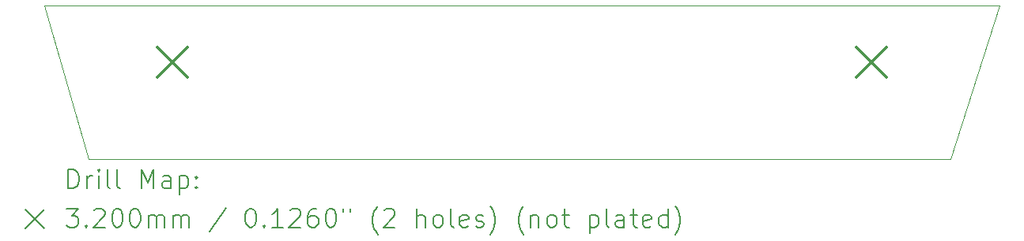
<source format=gbr>
%TF.GenerationSoftware,KiCad,Pcbnew,8.0.1*%
%TF.CreationDate,2024-06-26T21:16:35+01:00*%
%TF.ProjectId,MINI_TRUNK_6_INSULATOR,4d494e49-5f54-4525-954e-4b5f365f494e,rev?*%
%TF.SameCoordinates,Original*%
%TF.FileFunction,Drillmap*%
%TF.FilePolarity,Positive*%
%FSLAX45Y45*%
G04 Gerber Fmt 4.5, Leading zero omitted, Abs format (unit mm)*
G04 Created by KiCad (PCBNEW 8.0.1) date 2024-06-26 21:16:35*
%MOMM*%
%LPD*%
G01*
G04 APERTURE LIST*
%ADD10C,0.050000*%
%ADD11C,0.200000*%
%ADD12C,0.320000*%
G04 APERTURE END LIST*
D10*
X19627500Y-10377000D02*
X10396500Y-10377000D01*
X20152500Y-8731000D02*
X19627500Y-10377000D01*
X9925500Y-8731000D02*
X10396500Y-10377000D01*
X9925500Y-8731000D02*
X20152500Y-8731000D01*
D11*
D12*
X11136500Y-9178000D02*
X11456500Y-9498000D01*
X11456500Y-9178000D02*
X11136500Y-9498000D01*
X18621500Y-9178000D02*
X18941500Y-9498000D01*
X18941500Y-9178000D02*
X18621500Y-9498000D01*
D11*
X10183777Y-10690984D02*
X10183777Y-10490984D01*
X10183777Y-10490984D02*
X10231396Y-10490984D01*
X10231396Y-10490984D02*
X10259967Y-10500508D01*
X10259967Y-10500508D02*
X10279015Y-10519555D01*
X10279015Y-10519555D02*
X10288539Y-10538603D01*
X10288539Y-10538603D02*
X10298063Y-10576698D01*
X10298063Y-10576698D02*
X10298063Y-10605270D01*
X10298063Y-10605270D02*
X10288539Y-10643365D01*
X10288539Y-10643365D02*
X10279015Y-10662412D01*
X10279015Y-10662412D02*
X10259967Y-10681460D01*
X10259967Y-10681460D02*
X10231396Y-10690984D01*
X10231396Y-10690984D02*
X10183777Y-10690984D01*
X10383777Y-10690984D02*
X10383777Y-10557650D01*
X10383777Y-10595746D02*
X10393301Y-10576698D01*
X10393301Y-10576698D02*
X10402824Y-10567174D01*
X10402824Y-10567174D02*
X10421872Y-10557650D01*
X10421872Y-10557650D02*
X10440920Y-10557650D01*
X10507586Y-10690984D02*
X10507586Y-10557650D01*
X10507586Y-10490984D02*
X10498063Y-10500508D01*
X10498063Y-10500508D02*
X10507586Y-10510031D01*
X10507586Y-10510031D02*
X10517110Y-10500508D01*
X10517110Y-10500508D02*
X10507586Y-10490984D01*
X10507586Y-10490984D02*
X10507586Y-10510031D01*
X10631396Y-10690984D02*
X10612348Y-10681460D01*
X10612348Y-10681460D02*
X10602824Y-10662412D01*
X10602824Y-10662412D02*
X10602824Y-10490984D01*
X10736158Y-10690984D02*
X10717110Y-10681460D01*
X10717110Y-10681460D02*
X10707586Y-10662412D01*
X10707586Y-10662412D02*
X10707586Y-10490984D01*
X10964729Y-10690984D02*
X10964729Y-10490984D01*
X10964729Y-10490984D02*
X11031396Y-10633841D01*
X11031396Y-10633841D02*
X11098063Y-10490984D01*
X11098063Y-10490984D02*
X11098063Y-10690984D01*
X11279015Y-10690984D02*
X11279015Y-10586222D01*
X11279015Y-10586222D02*
X11269491Y-10567174D01*
X11269491Y-10567174D02*
X11250443Y-10557650D01*
X11250443Y-10557650D02*
X11212348Y-10557650D01*
X11212348Y-10557650D02*
X11193301Y-10567174D01*
X11279015Y-10681460D02*
X11259967Y-10690984D01*
X11259967Y-10690984D02*
X11212348Y-10690984D01*
X11212348Y-10690984D02*
X11193301Y-10681460D01*
X11193301Y-10681460D02*
X11183777Y-10662412D01*
X11183777Y-10662412D02*
X11183777Y-10643365D01*
X11183777Y-10643365D02*
X11193301Y-10624317D01*
X11193301Y-10624317D02*
X11212348Y-10614793D01*
X11212348Y-10614793D02*
X11259967Y-10614793D01*
X11259967Y-10614793D02*
X11279015Y-10605270D01*
X11374253Y-10557650D02*
X11374253Y-10757650D01*
X11374253Y-10567174D02*
X11393301Y-10557650D01*
X11393301Y-10557650D02*
X11431396Y-10557650D01*
X11431396Y-10557650D02*
X11450443Y-10567174D01*
X11450443Y-10567174D02*
X11459967Y-10576698D01*
X11459967Y-10576698D02*
X11469491Y-10595746D01*
X11469491Y-10595746D02*
X11469491Y-10652889D01*
X11469491Y-10652889D02*
X11459967Y-10671936D01*
X11459967Y-10671936D02*
X11450443Y-10681460D01*
X11450443Y-10681460D02*
X11431396Y-10690984D01*
X11431396Y-10690984D02*
X11393301Y-10690984D01*
X11393301Y-10690984D02*
X11374253Y-10681460D01*
X11555205Y-10671936D02*
X11564729Y-10681460D01*
X11564729Y-10681460D02*
X11555205Y-10690984D01*
X11555205Y-10690984D02*
X11545682Y-10681460D01*
X11545682Y-10681460D02*
X11555205Y-10671936D01*
X11555205Y-10671936D02*
X11555205Y-10690984D01*
X11555205Y-10567174D02*
X11564729Y-10576698D01*
X11564729Y-10576698D02*
X11555205Y-10586222D01*
X11555205Y-10586222D02*
X11545682Y-10576698D01*
X11545682Y-10576698D02*
X11555205Y-10567174D01*
X11555205Y-10567174D02*
X11555205Y-10586222D01*
X9723000Y-10919500D02*
X9923000Y-11119500D01*
X9923000Y-10919500D02*
X9723000Y-11119500D01*
X10164729Y-10910984D02*
X10288539Y-10910984D01*
X10288539Y-10910984D02*
X10221872Y-10987174D01*
X10221872Y-10987174D02*
X10250444Y-10987174D01*
X10250444Y-10987174D02*
X10269491Y-10996698D01*
X10269491Y-10996698D02*
X10279015Y-11006222D01*
X10279015Y-11006222D02*
X10288539Y-11025270D01*
X10288539Y-11025270D02*
X10288539Y-11072889D01*
X10288539Y-11072889D02*
X10279015Y-11091936D01*
X10279015Y-11091936D02*
X10269491Y-11101460D01*
X10269491Y-11101460D02*
X10250444Y-11110984D01*
X10250444Y-11110984D02*
X10193301Y-11110984D01*
X10193301Y-11110984D02*
X10174253Y-11101460D01*
X10174253Y-11101460D02*
X10164729Y-11091936D01*
X10374253Y-11091936D02*
X10383777Y-11101460D01*
X10383777Y-11101460D02*
X10374253Y-11110984D01*
X10374253Y-11110984D02*
X10364729Y-11101460D01*
X10364729Y-11101460D02*
X10374253Y-11091936D01*
X10374253Y-11091936D02*
X10374253Y-11110984D01*
X10459967Y-10930031D02*
X10469491Y-10920508D01*
X10469491Y-10920508D02*
X10488539Y-10910984D01*
X10488539Y-10910984D02*
X10536158Y-10910984D01*
X10536158Y-10910984D02*
X10555205Y-10920508D01*
X10555205Y-10920508D02*
X10564729Y-10930031D01*
X10564729Y-10930031D02*
X10574253Y-10949079D01*
X10574253Y-10949079D02*
X10574253Y-10968127D01*
X10574253Y-10968127D02*
X10564729Y-10996698D01*
X10564729Y-10996698D02*
X10450444Y-11110984D01*
X10450444Y-11110984D02*
X10574253Y-11110984D01*
X10698063Y-10910984D02*
X10717110Y-10910984D01*
X10717110Y-10910984D02*
X10736158Y-10920508D01*
X10736158Y-10920508D02*
X10745682Y-10930031D01*
X10745682Y-10930031D02*
X10755205Y-10949079D01*
X10755205Y-10949079D02*
X10764729Y-10987174D01*
X10764729Y-10987174D02*
X10764729Y-11034793D01*
X10764729Y-11034793D02*
X10755205Y-11072889D01*
X10755205Y-11072889D02*
X10745682Y-11091936D01*
X10745682Y-11091936D02*
X10736158Y-11101460D01*
X10736158Y-11101460D02*
X10717110Y-11110984D01*
X10717110Y-11110984D02*
X10698063Y-11110984D01*
X10698063Y-11110984D02*
X10679015Y-11101460D01*
X10679015Y-11101460D02*
X10669491Y-11091936D01*
X10669491Y-11091936D02*
X10659967Y-11072889D01*
X10659967Y-11072889D02*
X10650444Y-11034793D01*
X10650444Y-11034793D02*
X10650444Y-10987174D01*
X10650444Y-10987174D02*
X10659967Y-10949079D01*
X10659967Y-10949079D02*
X10669491Y-10930031D01*
X10669491Y-10930031D02*
X10679015Y-10920508D01*
X10679015Y-10920508D02*
X10698063Y-10910984D01*
X10888539Y-10910984D02*
X10907586Y-10910984D01*
X10907586Y-10910984D02*
X10926634Y-10920508D01*
X10926634Y-10920508D02*
X10936158Y-10930031D01*
X10936158Y-10930031D02*
X10945682Y-10949079D01*
X10945682Y-10949079D02*
X10955205Y-10987174D01*
X10955205Y-10987174D02*
X10955205Y-11034793D01*
X10955205Y-11034793D02*
X10945682Y-11072889D01*
X10945682Y-11072889D02*
X10936158Y-11091936D01*
X10936158Y-11091936D02*
X10926634Y-11101460D01*
X10926634Y-11101460D02*
X10907586Y-11110984D01*
X10907586Y-11110984D02*
X10888539Y-11110984D01*
X10888539Y-11110984D02*
X10869491Y-11101460D01*
X10869491Y-11101460D02*
X10859967Y-11091936D01*
X10859967Y-11091936D02*
X10850444Y-11072889D01*
X10850444Y-11072889D02*
X10840920Y-11034793D01*
X10840920Y-11034793D02*
X10840920Y-10987174D01*
X10840920Y-10987174D02*
X10850444Y-10949079D01*
X10850444Y-10949079D02*
X10859967Y-10930031D01*
X10859967Y-10930031D02*
X10869491Y-10920508D01*
X10869491Y-10920508D02*
X10888539Y-10910984D01*
X11040920Y-11110984D02*
X11040920Y-10977650D01*
X11040920Y-10996698D02*
X11050444Y-10987174D01*
X11050444Y-10987174D02*
X11069491Y-10977650D01*
X11069491Y-10977650D02*
X11098063Y-10977650D01*
X11098063Y-10977650D02*
X11117110Y-10987174D01*
X11117110Y-10987174D02*
X11126634Y-11006222D01*
X11126634Y-11006222D02*
X11126634Y-11110984D01*
X11126634Y-11006222D02*
X11136158Y-10987174D01*
X11136158Y-10987174D02*
X11155205Y-10977650D01*
X11155205Y-10977650D02*
X11183777Y-10977650D01*
X11183777Y-10977650D02*
X11202824Y-10987174D01*
X11202824Y-10987174D02*
X11212348Y-11006222D01*
X11212348Y-11006222D02*
X11212348Y-11110984D01*
X11307586Y-11110984D02*
X11307586Y-10977650D01*
X11307586Y-10996698D02*
X11317110Y-10987174D01*
X11317110Y-10987174D02*
X11336158Y-10977650D01*
X11336158Y-10977650D02*
X11364729Y-10977650D01*
X11364729Y-10977650D02*
X11383777Y-10987174D01*
X11383777Y-10987174D02*
X11393301Y-11006222D01*
X11393301Y-11006222D02*
X11393301Y-11110984D01*
X11393301Y-11006222D02*
X11402824Y-10987174D01*
X11402824Y-10987174D02*
X11421872Y-10977650D01*
X11421872Y-10977650D02*
X11450443Y-10977650D01*
X11450443Y-10977650D02*
X11469491Y-10987174D01*
X11469491Y-10987174D02*
X11479015Y-11006222D01*
X11479015Y-11006222D02*
X11479015Y-11110984D01*
X11869491Y-10901460D02*
X11698063Y-11158603D01*
X12126634Y-10910984D02*
X12145682Y-10910984D01*
X12145682Y-10910984D02*
X12164729Y-10920508D01*
X12164729Y-10920508D02*
X12174253Y-10930031D01*
X12174253Y-10930031D02*
X12183777Y-10949079D01*
X12183777Y-10949079D02*
X12193301Y-10987174D01*
X12193301Y-10987174D02*
X12193301Y-11034793D01*
X12193301Y-11034793D02*
X12183777Y-11072889D01*
X12183777Y-11072889D02*
X12174253Y-11091936D01*
X12174253Y-11091936D02*
X12164729Y-11101460D01*
X12164729Y-11101460D02*
X12145682Y-11110984D01*
X12145682Y-11110984D02*
X12126634Y-11110984D01*
X12126634Y-11110984D02*
X12107586Y-11101460D01*
X12107586Y-11101460D02*
X12098063Y-11091936D01*
X12098063Y-11091936D02*
X12088539Y-11072889D01*
X12088539Y-11072889D02*
X12079015Y-11034793D01*
X12079015Y-11034793D02*
X12079015Y-10987174D01*
X12079015Y-10987174D02*
X12088539Y-10949079D01*
X12088539Y-10949079D02*
X12098063Y-10930031D01*
X12098063Y-10930031D02*
X12107586Y-10920508D01*
X12107586Y-10920508D02*
X12126634Y-10910984D01*
X12279015Y-11091936D02*
X12288539Y-11101460D01*
X12288539Y-11101460D02*
X12279015Y-11110984D01*
X12279015Y-11110984D02*
X12269491Y-11101460D01*
X12269491Y-11101460D02*
X12279015Y-11091936D01*
X12279015Y-11091936D02*
X12279015Y-11110984D01*
X12479015Y-11110984D02*
X12364729Y-11110984D01*
X12421872Y-11110984D02*
X12421872Y-10910984D01*
X12421872Y-10910984D02*
X12402825Y-10939555D01*
X12402825Y-10939555D02*
X12383777Y-10958603D01*
X12383777Y-10958603D02*
X12364729Y-10968127D01*
X12555206Y-10930031D02*
X12564729Y-10920508D01*
X12564729Y-10920508D02*
X12583777Y-10910984D01*
X12583777Y-10910984D02*
X12631396Y-10910984D01*
X12631396Y-10910984D02*
X12650444Y-10920508D01*
X12650444Y-10920508D02*
X12659967Y-10930031D01*
X12659967Y-10930031D02*
X12669491Y-10949079D01*
X12669491Y-10949079D02*
X12669491Y-10968127D01*
X12669491Y-10968127D02*
X12659967Y-10996698D01*
X12659967Y-10996698D02*
X12545682Y-11110984D01*
X12545682Y-11110984D02*
X12669491Y-11110984D01*
X12840920Y-10910984D02*
X12802825Y-10910984D01*
X12802825Y-10910984D02*
X12783777Y-10920508D01*
X12783777Y-10920508D02*
X12774253Y-10930031D01*
X12774253Y-10930031D02*
X12755206Y-10958603D01*
X12755206Y-10958603D02*
X12745682Y-10996698D01*
X12745682Y-10996698D02*
X12745682Y-11072889D01*
X12745682Y-11072889D02*
X12755206Y-11091936D01*
X12755206Y-11091936D02*
X12764729Y-11101460D01*
X12764729Y-11101460D02*
X12783777Y-11110984D01*
X12783777Y-11110984D02*
X12821872Y-11110984D01*
X12821872Y-11110984D02*
X12840920Y-11101460D01*
X12840920Y-11101460D02*
X12850444Y-11091936D01*
X12850444Y-11091936D02*
X12859967Y-11072889D01*
X12859967Y-11072889D02*
X12859967Y-11025270D01*
X12859967Y-11025270D02*
X12850444Y-11006222D01*
X12850444Y-11006222D02*
X12840920Y-10996698D01*
X12840920Y-10996698D02*
X12821872Y-10987174D01*
X12821872Y-10987174D02*
X12783777Y-10987174D01*
X12783777Y-10987174D02*
X12764729Y-10996698D01*
X12764729Y-10996698D02*
X12755206Y-11006222D01*
X12755206Y-11006222D02*
X12745682Y-11025270D01*
X12983777Y-10910984D02*
X13002825Y-10910984D01*
X13002825Y-10910984D02*
X13021872Y-10920508D01*
X13021872Y-10920508D02*
X13031396Y-10930031D01*
X13031396Y-10930031D02*
X13040920Y-10949079D01*
X13040920Y-10949079D02*
X13050444Y-10987174D01*
X13050444Y-10987174D02*
X13050444Y-11034793D01*
X13050444Y-11034793D02*
X13040920Y-11072889D01*
X13040920Y-11072889D02*
X13031396Y-11091936D01*
X13031396Y-11091936D02*
X13021872Y-11101460D01*
X13021872Y-11101460D02*
X13002825Y-11110984D01*
X13002825Y-11110984D02*
X12983777Y-11110984D01*
X12983777Y-11110984D02*
X12964729Y-11101460D01*
X12964729Y-11101460D02*
X12955206Y-11091936D01*
X12955206Y-11091936D02*
X12945682Y-11072889D01*
X12945682Y-11072889D02*
X12936158Y-11034793D01*
X12936158Y-11034793D02*
X12936158Y-10987174D01*
X12936158Y-10987174D02*
X12945682Y-10949079D01*
X12945682Y-10949079D02*
X12955206Y-10930031D01*
X12955206Y-10930031D02*
X12964729Y-10920508D01*
X12964729Y-10920508D02*
X12983777Y-10910984D01*
X13126634Y-10910984D02*
X13126634Y-10949079D01*
X13202825Y-10910984D02*
X13202825Y-10949079D01*
X13498063Y-11187174D02*
X13488539Y-11177650D01*
X13488539Y-11177650D02*
X13469491Y-11149079D01*
X13469491Y-11149079D02*
X13459968Y-11130031D01*
X13459968Y-11130031D02*
X13450444Y-11101460D01*
X13450444Y-11101460D02*
X13440920Y-11053841D01*
X13440920Y-11053841D02*
X13440920Y-11015746D01*
X13440920Y-11015746D02*
X13450444Y-10968127D01*
X13450444Y-10968127D02*
X13459968Y-10939555D01*
X13459968Y-10939555D02*
X13469491Y-10920508D01*
X13469491Y-10920508D02*
X13488539Y-10891936D01*
X13488539Y-10891936D02*
X13498063Y-10882412D01*
X13564729Y-10930031D02*
X13574253Y-10920508D01*
X13574253Y-10920508D02*
X13593301Y-10910984D01*
X13593301Y-10910984D02*
X13640920Y-10910984D01*
X13640920Y-10910984D02*
X13659968Y-10920508D01*
X13659968Y-10920508D02*
X13669491Y-10930031D01*
X13669491Y-10930031D02*
X13679015Y-10949079D01*
X13679015Y-10949079D02*
X13679015Y-10968127D01*
X13679015Y-10968127D02*
X13669491Y-10996698D01*
X13669491Y-10996698D02*
X13555206Y-11110984D01*
X13555206Y-11110984D02*
X13679015Y-11110984D01*
X13917110Y-11110984D02*
X13917110Y-10910984D01*
X14002825Y-11110984D02*
X14002825Y-11006222D01*
X14002825Y-11006222D02*
X13993301Y-10987174D01*
X13993301Y-10987174D02*
X13974253Y-10977650D01*
X13974253Y-10977650D02*
X13945682Y-10977650D01*
X13945682Y-10977650D02*
X13926634Y-10987174D01*
X13926634Y-10987174D02*
X13917110Y-10996698D01*
X14126634Y-11110984D02*
X14107587Y-11101460D01*
X14107587Y-11101460D02*
X14098063Y-11091936D01*
X14098063Y-11091936D02*
X14088539Y-11072889D01*
X14088539Y-11072889D02*
X14088539Y-11015746D01*
X14088539Y-11015746D02*
X14098063Y-10996698D01*
X14098063Y-10996698D02*
X14107587Y-10987174D01*
X14107587Y-10987174D02*
X14126634Y-10977650D01*
X14126634Y-10977650D02*
X14155206Y-10977650D01*
X14155206Y-10977650D02*
X14174253Y-10987174D01*
X14174253Y-10987174D02*
X14183777Y-10996698D01*
X14183777Y-10996698D02*
X14193301Y-11015746D01*
X14193301Y-11015746D02*
X14193301Y-11072889D01*
X14193301Y-11072889D02*
X14183777Y-11091936D01*
X14183777Y-11091936D02*
X14174253Y-11101460D01*
X14174253Y-11101460D02*
X14155206Y-11110984D01*
X14155206Y-11110984D02*
X14126634Y-11110984D01*
X14307587Y-11110984D02*
X14288539Y-11101460D01*
X14288539Y-11101460D02*
X14279015Y-11082412D01*
X14279015Y-11082412D02*
X14279015Y-10910984D01*
X14459968Y-11101460D02*
X14440920Y-11110984D01*
X14440920Y-11110984D02*
X14402825Y-11110984D01*
X14402825Y-11110984D02*
X14383777Y-11101460D01*
X14383777Y-11101460D02*
X14374253Y-11082412D01*
X14374253Y-11082412D02*
X14374253Y-11006222D01*
X14374253Y-11006222D02*
X14383777Y-10987174D01*
X14383777Y-10987174D02*
X14402825Y-10977650D01*
X14402825Y-10977650D02*
X14440920Y-10977650D01*
X14440920Y-10977650D02*
X14459968Y-10987174D01*
X14459968Y-10987174D02*
X14469491Y-11006222D01*
X14469491Y-11006222D02*
X14469491Y-11025270D01*
X14469491Y-11025270D02*
X14374253Y-11044317D01*
X14545682Y-11101460D02*
X14564730Y-11110984D01*
X14564730Y-11110984D02*
X14602825Y-11110984D01*
X14602825Y-11110984D02*
X14621872Y-11101460D01*
X14621872Y-11101460D02*
X14631396Y-11082412D01*
X14631396Y-11082412D02*
X14631396Y-11072889D01*
X14631396Y-11072889D02*
X14621872Y-11053841D01*
X14621872Y-11053841D02*
X14602825Y-11044317D01*
X14602825Y-11044317D02*
X14574253Y-11044317D01*
X14574253Y-11044317D02*
X14555206Y-11034793D01*
X14555206Y-11034793D02*
X14545682Y-11015746D01*
X14545682Y-11015746D02*
X14545682Y-11006222D01*
X14545682Y-11006222D02*
X14555206Y-10987174D01*
X14555206Y-10987174D02*
X14574253Y-10977650D01*
X14574253Y-10977650D02*
X14602825Y-10977650D01*
X14602825Y-10977650D02*
X14621872Y-10987174D01*
X14698063Y-11187174D02*
X14707587Y-11177650D01*
X14707587Y-11177650D02*
X14726634Y-11149079D01*
X14726634Y-11149079D02*
X14736158Y-11130031D01*
X14736158Y-11130031D02*
X14745682Y-11101460D01*
X14745682Y-11101460D02*
X14755206Y-11053841D01*
X14755206Y-11053841D02*
X14755206Y-11015746D01*
X14755206Y-11015746D02*
X14745682Y-10968127D01*
X14745682Y-10968127D02*
X14736158Y-10939555D01*
X14736158Y-10939555D02*
X14726634Y-10920508D01*
X14726634Y-10920508D02*
X14707587Y-10891936D01*
X14707587Y-10891936D02*
X14698063Y-10882412D01*
X15059968Y-11187174D02*
X15050444Y-11177650D01*
X15050444Y-11177650D02*
X15031396Y-11149079D01*
X15031396Y-11149079D02*
X15021872Y-11130031D01*
X15021872Y-11130031D02*
X15012349Y-11101460D01*
X15012349Y-11101460D02*
X15002825Y-11053841D01*
X15002825Y-11053841D02*
X15002825Y-11015746D01*
X15002825Y-11015746D02*
X15012349Y-10968127D01*
X15012349Y-10968127D02*
X15021872Y-10939555D01*
X15021872Y-10939555D02*
X15031396Y-10920508D01*
X15031396Y-10920508D02*
X15050444Y-10891936D01*
X15050444Y-10891936D02*
X15059968Y-10882412D01*
X15136158Y-10977650D02*
X15136158Y-11110984D01*
X15136158Y-10996698D02*
X15145682Y-10987174D01*
X15145682Y-10987174D02*
X15164730Y-10977650D01*
X15164730Y-10977650D02*
X15193301Y-10977650D01*
X15193301Y-10977650D02*
X15212349Y-10987174D01*
X15212349Y-10987174D02*
X15221872Y-11006222D01*
X15221872Y-11006222D02*
X15221872Y-11110984D01*
X15345682Y-11110984D02*
X15326634Y-11101460D01*
X15326634Y-11101460D02*
X15317111Y-11091936D01*
X15317111Y-11091936D02*
X15307587Y-11072889D01*
X15307587Y-11072889D02*
X15307587Y-11015746D01*
X15307587Y-11015746D02*
X15317111Y-10996698D01*
X15317111Y-10996698D02*
X15326634Y-10987174D01*
X15326634Y-10987174D02*
X15345682Y-10977650D01*
X15345682Y-10977650D02*
X15374253Y-10977650D01*
X15374253Y-10977650D02*
X15393301Y-10987174D01*
X15393301Y-10987174D02*
X15402825Y-10996698D01*
X15402825Y-10996698D02*
X15412349Y-11015746D01*
X15412349Y-11015746D02*
X15412349Y-11072889D01*
X15412349Y-11072889D02*
X15402825Y-11091936D01*
X15402825Y-11091936D02*
X15393301Y-11101460D01*
X15393301Y-11101460D02*
X15374253Y-11110984D01*
X15374253Y-11110984D02*
X15345682Y-11110984D01*
X15469492Y-10977650D02*
X15545682Y-10977650D01*
X15498063Y-10910984D02*
X15498063Y-11082412D01*
X15498063Y-11082412D02*
X15507587Y-11101460D01*
X15507587Y-11101460D02*
X15526634Y-11110984D01*
X15526634Y-11110984D02*
X15545682Y-11110984D01*
X15764730Y-10977650D02*
X15764730Y-11177650D01*
X15764730Y-10987174D02*
X15783777Y-10977650D01*
X15783777Y-10977650D02*
X15821873Y-10977650D01*
X15821873Y-10977650D02*
X15840920Y-10987174D01*
X15840920Y-10987174D02*
X15850444Y-10996698D01*
X15850444Y-10996698D02*
X15859968Y-11015746D01*
X15859968Y-11015746D02*
X15859968Y-11072889D01*
X15859968Y-11072889D02*
X15850444Y-11091936D01*
X15850444Y-11091936D02*
X15840920Y-11101460D01*
X15840920Y-11101460D02*
X15821873Y-11110984D01*
X15821873Y-11110984D02*
X15783777Y-11110984D01*
X15783777Y-11110984D02*
X15764730Y-11101460D01*
X15974253Y-11110984D02*
X15955206Y-11101460D01*
X15955206Y-11101460D02*
X15945682Y-11082412D01*
X15945682Y-11082412D02*
X15945682Y-10910984D01*
X16136158Y-11110984D02*
X16136158Y-11006222D01*
X16136158Y-11006222D02*
X16126634Y-10987174D01*
X16126634Y-10987174D02*
X16107587Y-10977650D01*
X16107587Y-10977650D02*
X16069492Y-10977650D01*
X16069492Y-10977650D02*
X16050444Y-10987174D01*
X16136158Y-11101460D02*
X16117111Y-11110984D01*
X16117111Y-11110984D02*
X16069492Y-11110984D01*
X16069492Y-11110984D02*
X16050444Y-11101460D01*
X16050444Y-11101460D02*
X16040920Y-11082412D01*
X16040920Y-11082412D02*
X16040920Y-11063365D01*
X16040920Y-11063365D02*
X16050444Y-11044317D01*
X16050444Y-11044317D02*
X16069492Y-11034793D01*
X16069492Y-11034793D02*
X16117111Y-11034793D01*
X16117111Y-11034793D02*
X16136158Y-11025270D01*
X16202825Y-10977650D02*
X16279015Y-10977650D01*
X16231396Y-10910984D02*
X16231396Y-11082412D01*
X16231396Y-11082412D02*
X16240920Y-11101460D01*
X16240920Y-11101460D02*
X16259968Y-11110984D01*
X16259968Y-11110984D02*
X16279015Y-11110984D01*
X16421873Y-11101460D02*
X16402825Y-11110984D01*
X16402825Y-11110984D02*
X16364730Y-11110984D01*
X16364730Y-11110984D02*
X16345682Y-11101460D01*
X16345682Y-11101460D02*
X16336158Y-11082412D01*
X16336158Y-11082412D02*
X16336158Y-11006222D01*
X16336158Y-11006222D02*
X16345682Y-10987174D01*
X16345682Y-10987174D02*
X16364730Y-10977650D01*
X16364730Y-10977650D02*
X16402825Y-10977650D01*
X16402825Y-10977650D02*
X16421873Y-10987174D01*
X16421873Y-10987174D02*
X16431396Y-11006222D01*
X16431396Y-11006222D02*
X16431396Y-11025270D01*
X16431396Y-11025270D02*
X16336158Y-11044317D01*
X16602825Y-11110984D02*
X16602825Y-10910984D01*
X16602825Y-11101460D02*
X16583777Y-11110984D01*
X16583777Y-11110984D02*
X16545682Y-11110984D01*
X16545682Y-11110984D02*
X16526634Y-11101460D01*
X16526634Y-11101460D02*
X16517111Y-11091936D01*
X16517111Y-11091936D02*
X16507587Y-11072889D01*
X16507587Y-11072889D02*
X16507587Y-11015746D01*
X16507587Y-11015746D02*
X16517111Y-10996698D01*
X16517111Y-10996698D02*
X16526634Y-10987174D01*
X16526634Y-10987174D02*
X16545682Y-10977650D01*
X16545682Y-10977650D02*
X16583777Y-10977650D01*
X16583777Y-10977650D02*
X16602825Y-10987174D01*
X16679015Y-11187174D02*
X16688539Y-11177650D01*
X16688539Y-11177650D02*
X16707587Y-11149079D01*
X16707587Y-11149079D02*
X16717111Y-11130031D01*
X16717111Y-11130031D02*
X16726634Y-11101460D01*
X16726634Y-11101460D02*
X16736158Y-11053841D01*
X16736158Y-11053841D02*
X16736158Y-11015746D01*
X16736158Y-11015746D02*
X16726634Y-10968127D01*
X16726634Y-10968127D02*
X16717111Y-10939555D01*
X16717111Y-10939555D02*
X16707587Y-10920508D01*
X16707587Y-10920508D02*
X16688539Y-10891936D01*
X16688539Y-10891936D02*
X16679015Y-10882412D01*
M02*

</source>
